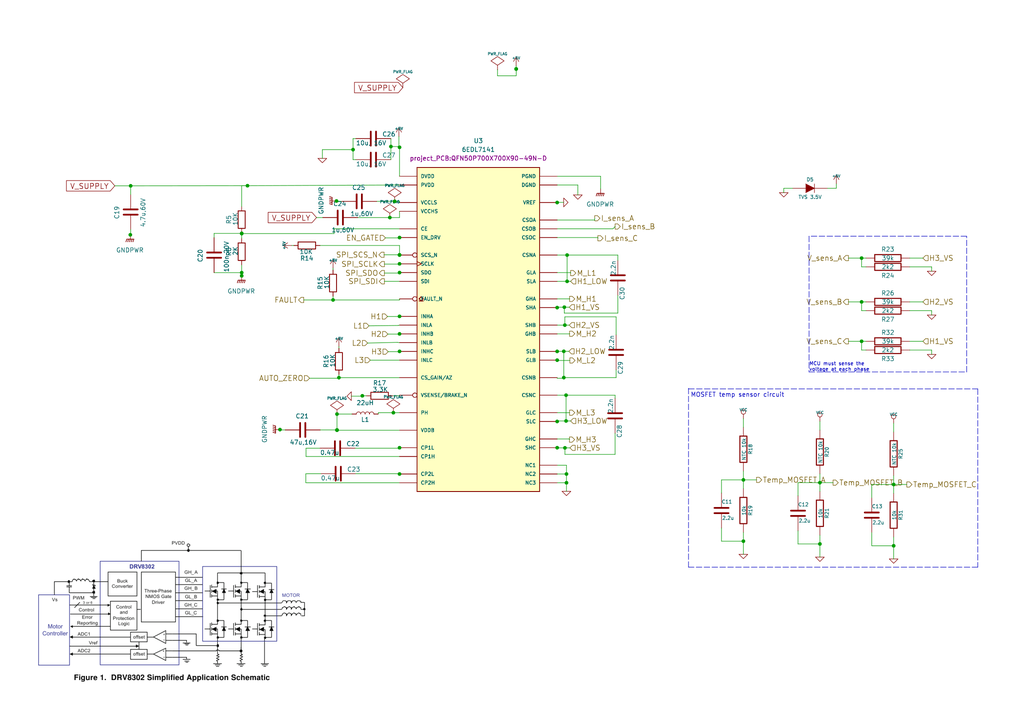
<source format=kicad_sch>
(kicad_sch (version 20211123) (generator eeschema)
  (paper "A4")
  (title_block (title "BLDC Driver 4.11") (date "21 aug 2015") (rev "4.12") (company "Benjamin Vedder"))
  (lib_symbols
    (symbol "6edl7141:6EDL7141" (pin_numbers hide) (pin_names (offset 1.016))
      (property "Reference" "U?" (at 17.78 8.36 0))
      (property "Value" "6EDL7141" (at 17.78 5.82 0))
      (symbol "6EDL7141_0_0"
        (rectangle (start 0 -93.98) (end 35.56 0) (stroke (width 0.254)) (fill (type background)))
        (polyline (pts (xy 0.6 -38.7) (xy 1.2 -38.7)) (stroke (width 0.254)))
        (polyline (pts (xy 0.6 -38.1) (xy 1.2 -37.5)) (stroke (width 0.254)))
        (polyline (pts (xy 1.2 -38.7) (xy 0.6 -38.1)) (stroke (width 0.254)))
        (polyline (pts (xy 1.2 -38.7) (xy 1.8 -38.7)) (stroke (width 0.254)))
        (polyline (pts (xy 1.2 -37.5) (xy 1.8 -38.1)) (stroke (width 0.254)))
        (polyline (pts (xy 1.8 -38.1) (xy 1.2 -38.7)) (stroke (width 0.254)))
        (pin input inverted (at -5.08 -25.4 0) (length 5.08) (name "SCS_N") (number "1"))
        (pin input line (at -5.08 -53.34 0) (length 5.08) (name "INHC") (number "10"))
        (pin input line (at -5.08 -55.88 0) (length 5.08) (name "INLC") (number "11"))
        (pin input line (at -5.08 -60.96 0) (length 5.08) (name "CS_GAIN/AZ") (number "12"))
        (pin input inverted (at -5.08 -66.04 0) (length 5.08) (name "VSENSE/BRAKE_N") (number "13"))
        (pin power_in line (at -5.08 -2.54 0) (length 5.08) (name "DVDD") (number "14"))
        (pin power_in line (at -5.08 -5.08 0) (length 5.08) (name "PVDD") (number "15"))
        (pin power_in line (at -5.08 -71.12 0) (length 5.08) (name "PH") (number "16"))
        (pin power_in line (at 40.64 -2.54 180) (length 5.08) (name "PGND") (number "17"))
        (pin power_in line (at -5.08 -76.2 0) (length 5.08) (name "VDDB") (number "18"))
        (pin passive line (at -5.08 -81.28 0) (length 5.08) (name "CP1L") (number "19"))
        (pin input clock (at -5.08 -27.94 0) (length 5.08) (name "SCLK") (number "2"))
        (pin passive line (at -5.08 -83.82 0) (length 5.08) (name "CP1H") (number "20"))
        (pin passive line (at -5.08 -88.9 0) (length 5.08) (name "CP2L") (number "21"))
        (pin passive line (at -5.08 -91.44 0) (length 5.08) (name "CP2H") (number "22"))
        (pin power_in line (at -5.08 -10.16 0) (length 5.08) (name "VCCLS") (number "23"))
        (pin power_in line (at -5.08 -12.7 0) (length 5.08) (name "VCCHS") (number "24"))
        (pin output line (at 40.64 -78.74 180) (length 5.08) (name "GHC") (number "25"))
        (pin bidirectional line (at 40.64 -81.28 180) (length 5.08) (name "SHC") (number "26"))
        (pin passive line (at 40.64 -86.36 180) (length 5.08) (name "NC1") (number "27"))
        (pin output line (at 40.64 -71.12 180) (length 5.08) (name "GLC") (number "28"))
        (pin bidirectional line (at 40.64 -73.66 180) (length 5.08) (name "SLC") (number "29"))
        (pin output line (at -5.08 -30.48 0) (length 5.08) (name "SDO") (number "3"))
        (pin input line (at 40.64 -66.04 180) (length 5.08) (name "CSNC") (number "30"))
        (pin input line (at 40.64 -60.96 180) (length 5.08) (name "CSNB") (number "31"))
        (pin bidirectional line (at 40.64 -53.34 180) (length 5.08) (name "SLB") (number "32"))
        (pin output line (at 40.64 -55.88 180) (length 5.08) (name "GLB") (number "33"))
        (pin passive line (at 40.64 -88.9 180) (length 5.08) (name "NC2") (number "34"))
        (pin bidirectional line (at 40.64 -45.72 180) (length 5.08) (name "SHB") (number "35"))
        (pin output line (at 40.64 -48.26 180) (length 5.08) (name "GHB") (number "36"))
        (pin output line (at 40.64 -38.1 180) (length 5.08) (name "GHA") (number "37"))
        (pin bidirectional line (at 40.64 -40.64 180) (length 5.08) (name "SHA") (number "38"))
        (pin passive line (at 40.64 -91.44 180) (length 5.08) (name "NC3") (number "39"))
        (pin input line (at -5.08 -33.02 0) (length 5.08) (name "SDI") (number "4"))
        (pin output line (at 40.64 -30.48 180) (length 5.08) (name "GLA") (number "40"))
        (pin bidirectional line (at 40.64 -33.02 180) (length 5.08) (name "SLA") (number "41"))
        (pin input line (at 40.64 -25.4 180) (length 5.08) (name "CSNA") (number "42"))
        (pin output line (at 40.64 -15.24 180) (length 5.08) (name "CSOA") (number "43"))
        (pin input line (at 40.64 -17.78 180) (length 5.08) (name "CSOB") (number "44"))
        (pin output line (at 40.64 -20.32 180) (length 5.08) (name "CSOC") (number "45"))
        (pin input line (at 40.64 -10.16 180) (length 5.08) (name "VREF") (number "46"))
        (pin input line (at -5.08 -17.78 0) (length 5.08) (name "CE") (number "47"))
        (pin input line (at -5.08 -20.32 0) (length 5.08) (name "EN_DRV") (number "48"))
        (pin power_in line (at 40.64 -5.08 180) (length 5.08) (name "DGND") (number "49"))
        (pin open_collector inverted (at -5.08 -38.1 0) (length 5.08) (name "FAULT_N") (number "5"))
        (pin input line (at -5.08 -43.18 0) (length 5.08) (name "INHA") (number "6"))
        (pin input line (at -5.08 -45.72 0) (length 5.08) (name "INLA") (number "7"))
        (pin input line (at -5.08 -48.26 0) (length 5.08) (name "INHB") (number "8"))
        (pin input line (at -5.08 -50.8 0) (length 5.08) (name "INLB") (number "9"))
      )
    )
    (symbol "BLDC_4-rescue:+5V" (power) (pin_names (offset 0))
      (property "Value" "+5V" (at 0 3.556 0))
      (symbol "+5V_0_1"
        (polyline (pts (xy -0.762 1.27) (xy 0 2.54)))
        (polyline (pts (xy 0 0) (xy 0 2.54)))
        (polyline (pts (xy 0 2.54) (xy 0.762 1.27)))
      )
      (symbol "+5V_1_1"
        (pin power_in line (at 0 0 90) (length 0) hide (name "+5V") (number "1"))
      )
    )
    (symbol "BLDC_4-rescue:C-RESCUE-BLDC_4" (pin_numbers hide) (pin_names (offset 0.254))
      (property "Reference" "C" (at 0 2.54 0))
      (property "Value" "C-RESCUE-BLDC_4" (at 0.1524 -2.159 0))
      (symbol "C-RESCUE-BLDC_4_0_1"
        (polyline (pts (xy -2.032 -0.762) (xy 2.032 -0.762)) (stroke (width 0.508)))
        (polyline (pts (xy -2.032 0.762) (xy 2.032 0.762)) (stroke (width 0.508)))
      )
      (symbol "C-RESCUE-BLDC_4_1_1"
        (pin passive line (at 0 5.08 270) (length 4.318) (name "~") (number "1"))
        (pin passive line (at 0 -5.08 90) (length 4.318) (name "~") (number "2"))
      )
    )
    (symbol "BLDC_4-rescue:DIODE" (pin_numbers hide) (pin_names (offset 1.016) hide)
      (property "Reference" "D" (at 0 2.54 0))
      (property "Value" "DIODE" (at 0 -2.54 0))
      (symbol "DIODE_0_1"
        (polyline (pts (xy 1.27 1.27) (xy 1.27 -1.27)) (stroke (width 0.1524)))
        (polyline (pts (xy -1.27 1.27) (xy 1.27 0) (xy -1.27 -1.27)) (fill (type outline)))
      )
      (symbol "DIODE_1_1"
        (pin passive line (at -5.08 0 0) (length 3.81) (name "A") (number "1"))
        (pin passive line (at 5.08 0 180) (length 3.81) (name "K") (number "2"))
      )
    )
    (symbol "BLDC_4-rescue:GND-RESCUE-BLDC_4" (power) (pin_names (offset 0))
      (symbol "GND-RESCUE-BLDC_4_0_1"
        (polyline (pts (xy -1.27 0) (xy 0 -1.27) (xy 1.27 0) (xy -1.27 0)))
      )
      (symbol "GND-RESCUE-BLDC_4_1_1"
        (pin power_in line (at 0 0 90) (length 0) hide (name "GND") (number "1"))
      )
    )
    (symbol "BLDC_4-rescue:PWR_FLAG" (power) (pin_numbers hide) (pin_names (offset 0) hide)
      (property "Value" "PWR_FLAG" (at 0 4.572 0))
      (symbol "PWR_FLAG_0_0"
        (pin power_out line (at 0 0 90) (length 0) (name "pwr") (number "1"))
      )
      (symbol "PWR_FLAG_0_1"
        (polyline (pts (xy 0 0) (xy 0 1.27) (xy -1.905 2.54) (xy 0 3.81) (xy 1.905 2.54) (xy 0 1.27)))
      )
    )
    (symbol "BLDC_4-rescue:R-RESCUE-BLDC_4" (pin_numbers hide) (pin_names (offset 0))
      (property "Reference" "R" (at 2.032 0 90))
      (property "Value" "R-RESCUE-BLDC_4" (at 0.1778 0.0254 90))
      (symbol "R-RESCUE-BLDC_4_0_1"
        (rectangle (start -1.016 3.81) (end 1.016 -3.81) (stroke (width 0.3048)))
      )
      (symbol "R-RESCUE-BLDC_4_1_1"
        (pin passive line (at 0 6.35 270) (length 2.54) (name "~") (number "1"))
        (pin passive line (at 0 -6.35 90) (length 2.54) (name "~") (number "2"))
      )
    )
    (symbol "BLDC_4-rescue:VCC" (power) (pin_names (offset 0))
      (property "Value" "VCC" (at 0 3.81 0))
      (symbol "VCC_0_1"
        (polyline (pts (xy 0 0) (xy 0 1.27)))
        (circle (center 0 1.905) (radius 0.635))
      )
      (symbol "VCC_1_1"
        (pin power_in line (at 0 0 90) (length 0) hide (name "VCC") (number "1"))
      )
    )
    (symbol "Device:L" (pin_numbers hide) (pin_names (offset 1.016) hide)
      (property "Reference" "L" (at -1.27 0 90))
      (property "Value" "L" (at 1.905 0 90))
      (symbol "L_0_1"
        (arc (start 0 -2.54) (mid 0.635 -1.905) (end 0 -1.27))
        (arc (start 0 -1.27) (mid 0.635 -0.635) (end 0 0))
        (arc (start 0 0) (mid 0.635 0.635) (end 0 1.27))
        (arc (start 0 1.27) (mid 0.635 1.905) (end 0 2.54))
      )
      (symbol "L_1_1"
        (pin passive line (at 0 3.81 270) (length 1.27) (name "1") (number "1"))
        (pin passive line (at 0 -3.81 90) (length 1.27) (name "2") (number "2"))
      )
    )
    (symbol "Device:R" (pin_numbers hide) (pin_names (offset 0))
      (property "Reference" "R" (at 2.032 0 90))
      (property "Value" "R" (at 0 0 90))
      (symbol "R_0_1"
        (rectangle (start -1.016 -2.54) (end 1.016 2.54) (stroke (width 0.254)))
      )
      (symbol "R_1_1"
        (pin passive line (at 0 3.81 270) (length 1.27) (name "~") (number "1"))
        (pin passive line (at 0 -3.81 90) (length 1.27) (name "~") (number "2"))
      )
    )
    (symbol "power:GNDPWR" (power) (pin_names (offset 0))
      (property "Value" "GNDPWR" (at 0 -3.302 0))
      (symbol "GNDPWR_0_1"
        (polyline (pts (xy 0 -1.27) (xy 0 0)))
        (polyline (pts (xy -1.016 -1.27) (xy -1.27 -2.032) (xy -1.27 -2.032)) (stroke (width 0.2032)))
        (polyline (pts (xy -0.508 -1.27) (xy -0.762 -2.032) (xy -0.762 -2.032)) (stroke (width 0.2032)))
        (polyline (pts (xy 0 -1.27) (xy -0.254 -2.032) (xy -0.254 -2.032)) (stroke (width 0.2032)))
        (polyline (pts (xy 0.508 -1.27) (xy 0.254 -2.032) (xy 0.254 -2.032)) (stroke (width 0.2032)))
        (polyline (pts (xy 1.016 -1.27) (xy -1.016 -1.27) (xy -1.016 -1.27)) (stroke (width 0.2032)))
        (polyline (pts (xy 1.016 -1.27) (xy 0.762 -2.032) (xy 0.762 -2.032) (xy 0.762 -2.032)) (stroke (width 0.2032)))
      )
      (symbol "GNDPWR_1_1"
        (pin power_in line (at 0 0 270) (length 0) hide (name "GNDPWR") (number "1"))
      )
    )
  )
  (junction (at 115.88 79.06))
  (junction (at 164.3 137.48))
  (junction (at 161.6 58.74))
  (junction (at 115.88 129.86))
  (junction (at 149.7233 20.0051))
  (junction (at 113.0681 63.1))
  (junction (at 81.2 124.6))
  (junction (at 97.7428 120.1))
  (junction (at 161.6 104.46))
  (junction (at 115.88 76.52))
  (junction (at 249.9 87.56))
  (junction (at 164.3 140.02))
  (junction (at 215.615 139.1863))
  (junction (at 259.1964 158.3032))
  (junction (at 161.6 122.24))
  (junction (at 97.7428 124.78))
  (junction (at 70.1 79.08))
  (junction (at 161.6 101.92))
  (junction (at 161.6 129.86))
  (junction (at 115.88 42.7271))
  (junction (at 115.88 68.9))
  (junction (at 97.7428 124.7))
  (junction (at 114.4812 58.4))
  (junction (at 37.9 53.9))
  (junction (at 96.6 87))
  (junction (at 164.4837 81.6))
  (junction (at 70.1 67.7))
  (junction (at 163.5246 101.9))
  (junction (at 249.9 74.86))
  (junction (at 164.4837 73.98))
  (junction (at 161.6 89.22))
  (junction (at 163.5246 109.522))
  (junction (at 237.8068 157.7684))
  (junction (at 70.1 67.7428))
  (junction (at 164.1805 114.62))
  (junction (at 115.88 96.84))
  (junction (at 115.88 137.48))
  (junction (at 163.8564 129.9))
  (junction (at 70.1 80))
  (junction (at 115.88 91.76))
  (junction (at 115.88 73.98))
  (junction (at 98.3 109.54))
  (junction (at 149.7 20.0051))
  (junction (at 105.09 114.8))
  (junction (at 115.88 101.92))
  (junction (at 259.1964 140.5232))
  (junction (at 163.8311 94.3))
  (junction (at 164.1805 122.1))
  (junction (at 37.8 68.1))
  (junction (at 71.78 53.86))
  (junction (at 97.6 58.3))
  (junction (at 163.6766 89.1))
  (junction (at 237.8068 139.9884))
  (junction (at 115.88 73.9))
  (junction (at 114.0973 119.7))
  (junction (at 113.38 42.5064))
  (junction (at 102.4 43.4))
  (junction (at 215.615 156.9663))
  (junction (at 249.9 98.99))
  (wire (pts (xy 161.6 58.7) (xy 161.6 58.74)))
  (wire (pts (xy 161.6 114.62) (xy 164.1805 114.62)))
  (wire (pts (xy 81.2 124.7) (xy 81.2 124.6)))
  (wire (pts (xy 113.0681 63.1) (xy 115.88 63.1)))
  (wire (pts (xy 115.88 109.54) (xy 98.3 109.54)))
  (wire (pts (xy 259.1964 122.7432) (xy 259.1964 125.2832)))
  (wire (pts (xy 237.8068 157.7684) (xy 237.8068 161.5784)))
  (wire (pts (xy 178.7 91.9) (xy 163.8311 91.9)))
  (wire (pts (xy 115.88 104.46) (xy 107.4078 104.46)))
  (wire (pts (xy 165.3 129.9) (xy 163.8564 129.9)))
  (wire (pts (xy 115.88 137.4) (xy 115.88 137.48)))
  (wire (pts (xy 149.7 20.0051) (xy 149.7 19.1)))
  (wire (pts (xy 246.09 98.99) (xy 249.9 98.99)))
  (wire (pts (xy 259.1964 140.5232) (xy 259.1964 143.0632)))
  (wire (pts (xy 163.8564 131.8) (xy 163.8564 129.9)))
  (wire (pts (xy 144.3 20.2) (xy 144.3 21.9857)))
  (wire (pts (xy 263.87 101.53) (xy 270.22 101.53)))
  (wire (pts (xy 174.2 51.12) (xy 174.2 54.8)))
  (wire (pts (xy 227.33 55.88) (xy 227.33 54.61)))
  (wire (pts (xy 115.88 119.7) (xy 114.0973 119.7)))
  (wire (pts (xy 70.1 67.7428) (xy 70.1 69.19)))
  (wire (pts (xy 164.3 137.48) (xy 164.3 140.02)))
  (wire (pts (xy 62.1 68.92) (xy 62.1 67.7)))
  (wire (pts (xy 163.5246 109.7) (xy 163.5246 109.522)))
  (wire (pts (xy 88.7619 132.4) (xy 115.88 132.4)))
  (wire (pts (xy 161.6 109.54) (xy 161.6 109.7)))
  (wire (pts (xy 70.1 79.08) (xy 70.1 80)))
  (wire (pts (xy 167.6 56.54) (xy 167.6 53.66)))
  (wire (pts (xy 103.78 63.1) (xy 113.0681 63.1)))
  (wire (pts (xy 115.88 91.8) (xy 115.88 91.76)))
  (wire (pts (xy 246.09 87.56) (xy 249.9 87.56)))
  (wire (pts (xy 240.03 54.61) (xy 242.57 54.61)))
  (polyline (pts (xy 283.6 164.5) (xy 199.7 164.5)))
  (wire (pts (xy 96.6 77.8) (xy 96.6 78.29)))
  (wire (pts (xy 106.6278 99.5) (xy 115.22 99.3)))
  (wire (pts (xy 231.4568 157.7684) (xy 237.8068 157.7684)))
  (wire (pts (xy 37.9 53.9) (xy 71.78 53.86)))
  (wire (pts (xy 115.88 114.8) (xy 115.88 114.62)))
  (wire (pts (xy 96.6 87) (xy 115.88 87)))
  (wire (pts (xy 215.615 154.4263) (xy 215.615 156.9663)))
  (wire (pts (xy 113.91 114.8) (xy 115.88 114.8)))
  (wire (pts (xy 237.8068 122.2084) (xy 237.8068 124.7484)))
  (wire (pts (xy 102.98 130) (xy 115.88 130)))
  (polyline (pts (xy 280.38 68.51) (xy 234.66 68.51)))
  (wire (pts (xy 164.4837 73.98) (xy 164.4837 81.6)))
  (polyline (pts (xy 199.7 112.6) (xy 199.7 164.5)))
  (wire (pts (xy 209.265 139.1863) (xy 209.265 142.9963)))
  (wire (pts (xy 231.4568 139.9884) (xy 237.8068 139.9884)))
  (wire (pts (xy 106.29 114.8) (xy 105.09 114.8)))
  (wire (pts (xy 98.3 108.61) (xy 98.3 109.54)))
  (wire (pts (xy 149.7 20.37) (xy 149.7 20.0051)))
  (wire (pts (xy 252.8464 140.5232) (xy 259.1964 140.5232)))
  (wire (pts (xy 165 101.9) (xy 163.5246 101.9)))
  (wire (pts (xy 249.9 87.56) (xy 249.9 90.1)))
  (wire (pts (xy 70.2 80) (xy 70.1 80)))
  (wire (pts (xy 251.17 77.4) (xy 249.9 77.4)))
  (wire (pts (xy 161.6 122.1) (xy 161.6 122.24)))
  (wire (pts (xy 215.615 139.1863) (xy 215.615 141.7263)))
  (wire (pts (xy 161.6 63.82) (xy 172.5 63.82)))
  (wire (pts (xy 237.8068 139.9884) (xy 241.6168 139.9884)))
  (polyline (pts (xy 283.6 112.8) (xy 283.6 164.5)))
  (wire (pts (xy 227.33 54.61) (xy 229.87 54.61)))
  (wire (pts (xy 270.22 77.4) (xy 270.22 78.67)))
  (wire (pts (xy 242.57 54.61) (xy 242.57 53.34)))
  (wire (pts (xy 37.9 66.58) (xy 37.9 68.1)))
  (wire (pts (xy 115.88 63.1) (xy 115.88 61.28)))
  (polyline (pts (xy 234.66 107.88) (xy 280.38 107.88)))
  (wire (pts (xy 164.1805 122.1) (xy 161.6 122.1)))
  (wire (pts (xy 88.1 87) (xy 96.6 87)))
  (wire (pts (xy 71.78 53.86) (xy 115.88 53.66)))
  (wire (pts (xy 115.88 76.6) (xy 115.88 76.52)))
  (wire (pts (xy 115.7 39.6) (xy 115.7 42.7271)))
  (wire (pts (xy 115.88 69) (xy 115.88 68.9)))
  (wire (pts (xy 165.285 104.5487) (xy 161.6 104.5487)))
  (wire (pts (xy 115.5 94.4) (xy 115.88 94.3)))
  (wire (pts (xy 164.3 134.94) (xy 164.3 137.48)))
  (wire (pts (xy 237.8068 155.2284) (xy 237.8068 157.7684)))
  (wire (pts (xy 70.1 59.89) (xy 70.1 53.86)))
  (wire (pts (xy 70.1 67.7428) (xy 96.8935 67.7428)))
  (wire (pts (xy 249.9 74.86) (xy 251.17 74.86)))
  (wire (pts (xy 93.5 43.4) (xy 93.5 45.94)))
  (wire (pts (xy 98.3 100.5) (xy 98.3 100.99)))
  (wire (pts (xy 209.265 156.9663) (xy 215.615 156.9663)))
  (wire (pts (xy 102.4 43.4) (xy 102.4 46.3)))
  (wire (pts (xy 112.6 102) (xy 115.88 102)))
  (wire (pts (xy 163.8564 129.9) (xy 161.6 129.9)))
  (wire (pts (xy 237.8068 137.4484) (xy 237.8068 139.9884)))
  (wire (pts (xy 115.88 102) (xy 115.88 101.92)))
  (wire (pts (xy 88.7025 137.4) (xy 93.02 137.4)))
  (wire (pts (xy 115.88 73.9) (xy 115.88 73.98)))
  (wire (pts (xy 161.6 51.12) (xy 174.2 51.12)))
  (wire (pts (xy 215.615 156.9663) (xy 215.615 160.7763)))
  (wire (pts (xy 102.09 120.1) (xy 97.7428 120.1)))
  (wire (pts (xy 115.88 71.2) (xy 115.88 73.9)))
  (wire (pts (xy 231.4568 153.9584) (xy 231.4568 157.7684)))
  (wire (pts (xy 115.22 99.3) (xy 115.88 99.38)))
  (wire (pts (xy 161.6 101.9) (xy 161.6 101.92)))
  (wire (pts (xy 103.18 137.4) (xy 115.88 137.4)))
  (polyline (pts (xy 234.66 68.51) (xy 234.66 107.88)))
  (polyline (pts (xy 280.38 107.88) (xy 280.38 68.51)))
  (wire (pts (xy 37.9 53.9) (xy 37.9 56.42)))
  (wire (pts (xy 33.3 53.9) (xy 37.9 53.9)))
  (wire (pts (xy 178.4 131.8) (xy 163.8564 131.8)))
  (wire (pts (xy 179.2 75.52) (xy 179.2 73.98)))
  (wire (pts (xy 165.1 89.1) (xy 163.6766 89.1)))
  (wire (pts (xy 115.7 42.7271) (xy 115.88 42.7271)))
  (wire (pts (xy 163.5246 101.9) (xy 161.6 101.9)))
  (wire (pts (xy 252.8464 140.5232) (xy 252.8464 144.3332)))
  (wire (pts (xy 178.4 115.52) (xy 178.4 114.62)))
  (wire (pts (xy 112.5 96.9) (xy 115.88 96.9)))
  (wire (pts (xy 89.8 109.7) (xy 98.3 109.7)))
  (wire (pts (xy 105.09 114.9) (xy 105.09 114.8)))
  (wire (pts (xy 161.6 119.7) (xy 165.2 119.7)))
  (wire (pts (xy 161.6 104.5487) (xy 161.6 104.46)))
  (wire (pts (xy 259.1964 155.7632) (xy 259.1964 158.3032)))
  (wire (pts (xy 249.9 90.1) (xy 251.17 90.1)))
  (wire (pts (xy 101.9 114.9) (xy 105.09 114.9)))
  (wire (pts (xy 92.88 124.7) (xy 97.7428 124.7)))
  (wire (pts (xy 115.88 87) (xy 115.88 86.68)))
  (wire (pts (xy 215.615 121.4063) (xy 215.615 123.9463)))
  (wire (pts (xy 161.6 81.6) (xy 164.4837 81.6)))
  (wire (pts (xy 91.8 63.1) (xy 93.62 63.1)))
  (wire (pts (xy 178.7 97.12) (xy 178.7 91.9)))
  (wire (pts (xy 161.6 129.9) (xy 161.6 129.86)))
  (wire (pts (xy 92.81 71.2) (xy 115.88 71.2)))
  (wire (pts (xy 115.88 58.4) (xy 115.88 58.74)))
  (wire (pts (xy 149.7233 20.0051) (xy 149.7 20.0051)))
  (wire (pts (xy 252.8464 154.4932) (xy 252.8464 158.3032)))
  (wire (pts (xy 107.0278 94.5) (xy 115.5 94.4)))
  (wire (pts (xy 179.2 90.8155) (xy 163.6766 90.8155)))
  (wire (pts (xy 177.8 66.36) (xy 178.4 65.7)))
  (wire (pts (xy 96.6 85.91) (xy 96.6 87)))
  (wire (pts (xy 115.88 140.02) (xy 88.7025 140.02)))
  (wire (pts (xy 111.4 73.9) (xy 115.88 73.9)))
  (wire (pts (xy 161.6 137.48) (xy 164.3 137.48)))
  (wire (pts (xy 263.87 98.99) (xy 267.68 98.99)))
  (wire (pts (xy 115.88 42.5064) (xy 115.88 42.7271)))
  (wire (pts (xy 259.1964 137.9832) (xy 259.1964 140.5232)))
  (wire (pts (xy 92.82 130) (xy 88.7619 130)))
  (wire (pts (xy 178.4 114.62) (xy 164.1805 114.62)))
  (wire (pts (xy 70.1 67.51) (xy 70.1 67.7)))
  (wire (pts (xy 178.7 109.522) (xy 163.5246 109.522)))
  (wire (pts (xy 178.4 125.68) (xy 178.4 131.8)))
  (wire (pts (xy 249.9 87.56) (xy 251.17 87.56)))
  (polyline (pts (xy 199.7 112.8) (xy 283.6 112.8)))
  (wire (pts (xy 251.17 101.53) (xy 249.9 101.53)))
  (wire (pts (xy 111.8 69) (xy 115.88 69)))
  (wire (pts (xy 249.9 98.99) (xy 251.17 98.99)))
  (wire (pts (xy 237.8068 139.9884) (xy 237.8068 142.5284)))
  (wire (pts (xy 112.4 91.8) (xy 115.88 91.8)))
  (wire (pts (xy 161.6 66.36) (xy 177.8 66.36)))
  (wire (pts (xy 164.4837 81.6) (xy 165.5 81.6)))
  (wire (pts (xy 179.2 85.68) (xy 179.2 90.8155)))
  (wire (pts (xy 178.7 107.28) (xy 178.7 109.522)))
  (wire (pts (xy 115.88 130) (xy 115.88 129.86)))
  (wire (pts (xy 113.38 42.5064) (xy 113.38 46.3)))
  (wire (pts (xy 111.5 81.6) (xy 115.88 81.6)))
  (wire (pts (xy 161.6 79.06) (xy 165.5 79.06)))
  (wire (pts (xy 88.7025 140.02) (xy 88.7025 137.4)))
  (wire (pts (xy 96.8935 66.36) (xy 115.88 66.36)))
  (wire (pts (xy 111.5 79.2) (xy 115.88 79.2)))
  (wire (pts (xy 249.9 101.53) (xy 249.9 98.99)))
  (wire (pts (xy 263.87 87.56) (xy 267.68 87.56)))
  (wire (pts (xy 144.3 21.9857) (xy 149.7233 21.9857)))
  (wire (pts (xy 102.4 46.3) (xy 103.22 46.3)))
  (wire (pts (xy 179.2 73.98) (xy 164.4837 73.98)))
  (wire (pts (xy 163.5 58.7) (xy 161.6 58.7)))
  (wire (pts (xy 263.87 77.4) (xy 270.22 77.4)))
  (wire (pts (xy 84.7 71.2) (xy 85.19 71.2)))
  (wire (pts (xy 161.6 96.84) (xy 165.2 96.84)))
  (wire (pts (xy 209.265 153.1563) (xy 209.265 156.9663)))
  (wire (pts (xy 93.5 43.4) (xy 102.4 43.4)))
  (wire (pts (xy 249.9 77.4) (xy 249.9 74.86)))
  (wire (pts (xy 70.1 53.86) (xy 71.78 53.86)))
  (wire (pts (xy 270.22 101.53) (xy 270.22 102.8)))
  (wire (pts (xy 37.9 68.1) (xy 37.8 68.1)))
  (wire (pts (xy 97.7428 124.78) (xy 115.88 124.78)))
  (wire (pts (xy 70.1 67.7) (xy 70.1 67.7428)))
  (wire (pts (xy 97.7428 124.78) (xy 97.7428 124.7)))
  (wire (pts (xy 161.6 68.9) (xy 173.4 68.9)))
  (wire (pts (xy 163.6766 90.8155) (xy 163.6766 89.1)))
  (wire (pts (xy 161.6 134.94) (xy 164.3 134.94)))
  (wire (pts (xy 82.72 124.7) (xy 81.2 124.7)))
  (wire (pts (xy 115.88 96.9) (xy 115.88 96.84)))
  (wire (pts (xy 114.0973 119.7) (xy 109.71 119.7)))
  (wire (pts (xy 102.4 40.2) (xy 103.22 40.2)))
  (wire (pts (xy 215.615 136.6463) (xy 215.615 139.1863)))
  (wire (pts (xy 165.2 86.68) (xy 165.2 86.7)))
  (wire (pts (xy 62.1 79.08) (xy 70.1 79.08)))
  (wire (pts (xy 163.8311 91.9) (xy 163.8311 94.3)))
  (wire (pts (xy 164.1805 114.62) (xy 164.1805 122.1)))
  (wire (pts (xy 161.6 127.32) (xy 165.1568 127.32)))
  (wire (pts (xy 252.8464 158.3032) (xy 259.1964 158.3032)))
  (wire (pts (xy 263.87 74.86) (xy 267.68 74.86)))
  (wire (pts (xy 231.4568 139.9884) (xy 231.4568 143.7984)))
  (wire (pts (xy 163.8311 94.3) (xy 165.1 94.3)))
  (wire (pts (xy 161.6 86.68) (xy 165.2 86.68)))
  (wire (pts (xy 149.7233 21.9857) (xy 149.7233 20.0051)))
  (wire (pts (xy 115.88 79.2) (xy 115.88 79.06)))
  (wire (pts (xy 263.87 90.1) (xy 270.22 90.1)))
  (wire (pts (xy 70.1 76.81) (xy 70.1 79.08)))
  (wire (pts (xy 165.5 79.06) (xy 165.5 79.2)))
  (wire (pts (xy 259.1964 140.5232) (xy 263.0064 140.5232)))
  (wire (pts (xy 172.5 63.82) (xy 172.5 63.3)))
  (wire (pts (xy 259.1964 158.3032) (xy 259.1964 162.1132)))
  (wire (pts (xy 165.2 96.84) (xy 165.2 96.8)))
  (wire (pts (xy 109.28 58.4) (xy 114.4812 58.4)))
  (wire (pts (xy 161.6 140.02) (xy 164.3 140.02)))
  (wire (pts (xy 246.09 74.86) (xy 249.9 74.86)))
  (wire (pts (xy 270.22 90.1) (xy 270.22 91.37)))
  (wire (pts (xy 113.38 40.2) (xy 113.38 42.5064)))
  (wire (pts (xy 167.6 53.66) (xy 161.6 53.66)))
  (wire (pts (xy 98.3 109.54) (xy 98.3 109.7)))
  (wire (pts (xy 215.615 139.1863) (xy 219.425 139.1863)))
  (wire (pts (xy 161.6 89.1) (xy 161.6 89.22)))
  (wire (pts (xy 173.4 68.9) (xy 173.4 69.1)))
  (wire (pts (xy 161.6 94.3) (xy 163.8311 94.3)))
  (wire (pts (xy 111.5 76.6) (xy 115.88 76.6)))
  (wire (pts (xy 165.1568 127.32) (xy 165.1568 127.5029)))
  (wire (pts (xy 115.88 42.7271) (xy 115.88 51.12)))
  (wire (pts (xy 164.3 140.02) (xy 164.3 142.5)))
  (wire (pts (xy 115.88 42.5064) (xy 113.38 42.5064)))
  (wire (pts (xy 109.71 119.7) (xy 109.71 120.1)))
  (wire (pts (xy 99.12 58.4) (xy 97.6 58.4)))
  (wire (pts (xy 163.5246 109.522) (xy 163.5246 101.9)))
  (wire (pts (xy 97.6 58.4) (xy 97.6 58.3)))
  (wire (pts (xy 97.7428 120.1) (xy 97.7428 124.7)))
  (wire (pts (xy 62.1 67.7) (xy 70.1 67.7)))
  (wire (pts (xy 163.6766 89.1) (xy 161.6 89.1)))
  (wire (pts (xy 96.8935 67.7428) (xy 96.8935 66.36)))
  (wire (pts (xy 102.4 40.2) (xy 102.4 43.4)))
  (wire (pts (xy 165.5 122.1) (xy 164.1805 122.1)))
  (wire (pts (xy 114.4812 58.4) (xy 115.88 58.4)))
  (wire (pts (xy 161.6 73.98) (xy 164.4837 73.98)))
  (wire (pts (xy 88.7619 130) (xy 88.7619 132.4)))
  (wire (pts (xy 161.6 109.7) (xy 163.5246 109.7)))
  (wire (pts (xy 209.265 139.1863) (xy 215.615 139.1863)))
  (image (at 50.18 177.43))
  (text "MCU must sense the\nvoltage at each phase" (at 234.66 107.88 0) (effects (font (size 1.016 1.016)) (justify left bottom)))
  (text "MOSFET temp sensor circuit\n" (at 200.3 115.4 0) (effects (font (size 1.27 1.27)) (justify left bottom)))
  (global_label "V_SUPPLY" (shape input) (at 91.8 63.1 180) (effects (font (size 1.524 1.524))) (property "Intersheet References" "${INTERSHEET_REFS}" (effects hide)))
  (global_label "V_SUPPLY" (shape input) (at 116.84 25.4 180) (effects (font (size 1.524 1.524))) (property "Intersheet References" "${INTERSHEET_REFS}" (effects hide)))
  (global_label "V_SUPPLY" (shape input) (at 33.3 53.9 180) (effects (font (size 1.524 1.524))) (property "Intersheet References" "${INTERSHEET_REFS}" (effects hide)))
  (hierarchical_label "Temp_MOSFET_C" (shape output) (at 263.0064 140.5232 0) (effects (font (size 1.524 1.524))))
  (hierarchical_label "Temp_MOSFET_A" (shape output) (at 219.425 139.1863 0) (effects (font (size 1.524 1.524))))
  (hierarchical_label "M_L2" (shape output) (at 165.285 104.5487 0) (effects (font (size 1.524 1.524))))
  (hierarchical_label "H1" (shape input) (at 112.4 91.8 180) (effects (font (size 1.524 1.524))))
  (hierarchical_label "SPI_SCS_N" (shape output) (at 111.4 73.9 180) (effects (font (size 1.524 1.524))))
  (hierarchical_label "H3_VS" (shape input) (at 267.68 74.86 0) (effects (font (size 1.524 1.524))))
  (hierarchical_label "L1" (shape input) (at 107.0278 94.5 180) (effects (font (size 1.524 1.524))))
  (hierarchical_label "AUTO_ZERO" (shape input) (at 89.8 109.7 180) (effects (font (size 1.524 1.524))))
  (hierarchical_label "H1_VS" (shape input) (at 165.1 89.1 0) (effects (font (size 1.524 1.524))))
  (hierarchical_label "EN_GATE" (shape input) (at 111.8 69 180) (effects (font (size 1.524 1.524))))
  (hierarchical_label "L2" (shape input) (at 106.6278 99.5 180) (effects (font (size 1.524 1.524))))
  (hierarchical_label "SPI_SDI" (shape output) (at 111.5 81.6 180) (effects (font (size 1.524 1.524))))
  (hierarchical_label "SPI_SCLK" (shape output) (at 111.5 76.6 180) (effects (font (size 1.524 1.524))))
  (hierarchical_label "I_sens_B" (shape output) (at 178.4 65.7 0) (effects (font (size 1.524 1.524))))
  (hierarchical_label "H3_LOW" (shape input) (at 165.5 122.1 0) (effects (font (size 1.524 1.524))))
  (hierarchical_label "M_H2" (shape output) (at 165.2 96.8 0) (effects (font (size 1.524 1.524))))
  (hierarchical_label "H1_LOW" (shape input) (at 165.5 81.6 0) (effects (font (size 1.524 1.524))))
  (hierarchical_label "V_sens_B" (shape output) (at 246.09 87.56 180) (effects (font (size 1.524 1.524))))
  (hierarchical_label "M_L3" (shape output) (at 165.2 119.7 0) (effects (font (size 1.524 1.524))))
  (hierarchical_label "H2" (shape input) (at 112.5 96.9 180) (effects (font (size 1.524 1.524))))
  (hierarchical_label "I_sens_A" (shape output) (at 172.5 63.3 0) (effects (font (size 1.524 1.524))))
  (hierarchical_label "I_sens_C" (shape output) (at 173.4 69.1 0) (effects (font (size 1.524 1.524))))
  (hierarchical_label "SPI_SDO" (shape output) (at 111.5 79.2 180) (effects (font (size 1.524 1.524))))
  (hierarchical_label "M_H3" (shape output) (at 165.1568 127.5029 0) (effects (font (size 1.524 1.524))))
  (hierarchical_label "M_H1" (shape output) (at 165.2 86.7 0) (effects (font (size 1.524 1.524))))
  (hierarchical_label "H2_VS" (shape input) (at 267.68 87.56 0) (effects (font (size 1.524 1.524))))
  (hierarchical_label "M_L1" (shape output) (at 165.5 79.2 0) (effects (font (size 1.524 1.524))))
  (hierarchical_label "V_sens_C" (shape output) (at 246.09 98.99 180) (effects (font (size 1.524 1.524))))
  (hierarchical_label "H1_VS" (shape input) (at 267.68 98.99 0) (effects (font (size 1.524 1.524))))
  (hierarchical_label "V_sens_A" (shape output) (at 246.09 74.86 180) (effects (font (size 1.524 1.524))))
  (hierarchical_label "H3_VS" (shape input) (at 165.3 129.9 0) (effects (font (size 1.524 1.524))))
  (hierarchical_label "L3" (shape input) (at 107.4078 104.46 180) (effects (font (size 1.524 1.524))))
  (hierarchical_label "H2_LOW" (shape input) (at 165 101.9 0) (effects (font (size 1.524 1.524))))
  (hierarchical_label "FAULT" (shape output) (at 88.1 87 180) (effects (font (size 1.524 1.524))))
  (hierarchical_label "H3" (shape input) (at 112.6 102 180) (effects (font (size 1.524 1.524))))
  (hierarchical_label "H2_VS" (shape input) (at 165.1 94.3 0) (effects (font (size 1.524 1.524))))
  (hierarchical_label "Temp_MOSFET_B" (shape output) (at 241.6168 139.9884 0) (effects (font (size 1.524 1.524))))
  (symbol (lib_id "BLDC_4-rescue:R-RESCUE-BLDC_4") (at 257.52 74.86 270) (unit 1)
    (property "Reference" "R23" (at 257.52 72.32 90))
    (property "Value" "39k" (at 257.52 74.86 90))
    (property "Footprint" "CRF1:SMD-0603_r" (effects hide))
  )
  (symbol (lib_id "BLDC_4-rescue:R-RESCUE-BLDC_4") (at 257.52 77.4 270) (unit 1)
    (property "Reference" "R24" (at 257.52 79.94 90))
    (property "Value" "2k2" (at 257.52 77.4 90))
    (property "Footprint" "CRF1:SMD-0603_r" (effects hide))
  )
  (symbol (lib_id "BLDC_4-rescue:GND-RESCUE-BLDC_4") (at 270.22 78.67 0) (unit 1)
    (property "Reference" "#PWR048" (effects hide))
    (property "Value" "GND" (effects hide))
  )
  (symbol (lib_id "BLDC_4-rescue:GND-RESCUE-BLDC_4") (at 270.22 91.37 0) (unit 1)
    (property "Reference" "#PWR049" (effects hide))
    (property "Value" "GND" (effects hide))
  )
  (symbol (lib_id "BLDC_4-rescue:R-RESCUE-BLDC_4") (at 257.52 90.1 270) (unit 1)
    (property "Reference" "R27" (at 257.52 92.64 90))
    (property "Value" "2k2" (at 257.52 90.1 90))
    (property "Footprint" "CRF1:SMD-0603_r" (effects hide))
  )
  (symbol (lib_id "BLDC_4-rescue:R-RESCUE-BLDC_4") (at 257.52 87.56 270) (unit 1)
    (property "Reference" "R26" (at 257.52 85.02 90))
    (property "Value" "39k" (at 257.52 87.56 90))
    (property "Footprint" "CRF1:SMD-0603_r" (effects hide))
  )
  (symbol (lib_id "BLDC_4-rescue:R-RESCUE-BLDC_4") (at 257.52 98.99 270) (unit 1)
    (property "Reference" "R32" (at 257.52 96.45 90))
    (property "Value" "39k" (at 257.52 98.99 90))
    (property "Footprint" "CRF1:SMD-0603_r" (effects hide))
  )
  (symbol (lib_id "BLDC_4-rescue:R-RESCUE-BLDC_4") (at 257.52 101.53 270) (unit 1)
    (property "Reference" "R33" (at 257.52 104.07 90))
    (property "Value" "2k2" (at 257.52 101.53 90))
    (property "Footprint" "CRF1:SMD-0603_r" (effects hide))
  )
  (symbol (lib_id "BLDC_4-rescue:GND-RESCUE-BLDC_4") (at 270.22 102.8 0) (unit 1)
    (property "Reference" "#PWR050" (effects hide))
    (property "Value" "GND" (effects hide))
  )
  (symbol (lib_id "BLDC_4-rescue:PWR_FLAG") (at 116.84 25.4 0) (unit 1)
    (property "Reference" "#FLG065" (effects hide))
    (property "Value" "PWR_FLAG" (at 116.84 20.828 0) (effects (font (size 0.762 0.762))))
  )
  (symbol (lib_id "BLDC_4-rescue:DIODE") (at 234.95 54.61 0) (unit 1)
    (property "Reference" "D5" (at 234.95 52.07 0) (effects (font (size 1.016 1.016))))
    (property "Value" "TVS 3.5V" (at 234.95 57.15 0) (effects (font (size 1.016 1.016))))
    (property "Footprint" "Diode_SMD:D_SMA" (effects hide))
  )
  (symbol (lib_id "BLDC_4-rescue:+5V") (at 242.57 53.34 0) (unit 1)
    (property "Reference" "#PWR069" (effects hide))
    (property "Value" "+3.3V" (at 242.57 51.054 0) (effects (font (size 0.762 0.762))))
  )
  (symbol (lib_id "BLDC_4-rescue:GND-RESCUE-BLDC_4") (at 227.33 55.88 0) (unit 1)
    (property "Reference" "#PWR070" (effects hide))
    (property "Value" "GND" (effects hide))
  )
  (symbol (lib_id "Device:L") (at 105.9 120.1 90) (unit 1)
    (property "Reference" "L1" (at 105.9 121.7 90))
    (property "Value" "22uH" (at 105.9 116.84 90))
    (property "Footprint" "project_PCB:inductor_smd_MP002867" (effects hide))
    (property "Datasheet" "${KIPRJMOD}\\datasheet\\Inductor_MP002867.pdf" (effects hide))
  )
  (symbol (lib_id "BLDC_4-rescue:C-RESCUE-BLDC_4") (at 108.3 40.2 270) (unit 1)
    (property "Reference" "C26" (at 110.84 38.93 90) (effects (justify left)))
    (property "Value" "10u, 16V" (at 103.22 41.47 90) (effects (justify left)))
    (property "Footprint" "CRF1:SMD-0603_c" (effects hide))
  )
  (symbol (lib_id "BLDC_4-rescue:C-RESCUE-BLDC_4") (at 209.265 148.0763 0) (unit 1)
    (property "Reference" "C11" (at 209.265 145.5363 0) (effects (font (size 1.016 1.016)) (justify left)))
    (property "Value" "2.2u" (at 209.4174 150.2353 0) (effects (font (size 1.016 1.016)) (justify left)))
    (property "Footprint" "CRF1:SMD-0603_c" (effects hide))
  )
  (symbol (lib_id "BLDC_4-rescue:PWR_FLAG") (at 114.4812 58.4 0) (unit 1)
    (property "Reference" "#FLG0104" (effects hide))
    (property "Value" "PWR_FLAG" (at 114.4812 53.828 0) (effects (font (size 0.762 0.762))))
  )
  (symbol (lib_id "BLDC_4-rescue:GND-RESCUE-BLDC_4") (at 101.9 114.9 270) (unit 1)
    (property "Reference" "#PWR0112" (effects hide))
    (property "Value" "GND" (effects hide))
  )
  (symbol (lib_id "BLDC_4-rescue:+5V") (at 84.7 71.2 90) (unit 1)
    (property "Reference" "#PWR0117" (effects hide))
    (property "Value" "+3.3V" (at 82.414 71.2 0) (effects (font (size 0.762 0.762))))
  )
  (symbol (lib_id "BLDC_4-rescue:C-RESCUE-BLDC_4") (at 97.9 130 270) (unit 1)
    (property "Reference" "C22" (at 100.44 128.73 90) (effects (justify left)))
    (property "Value" "0.47u" (at 92.82 131.27 90) (effects (justify left)))
    (property "Footprint" "CRF1:SMD-0603_c" (effects hide))
  )
  (symbol (lib_id "BLDC_4-rescue:C-RESCUE-BLDC_4") (at 108.3 46.3 270) (unit 1)
    (property "Reference" "C27" (at 110.84 45.03 90) (effects (justify left)))
    (property "Value" "10u, 16V" (at 103.22 47.57 90) (effects (justify left)))
    (property "Footprint" "CRF1:SMD-0603_c" (effects hide))
  )
  (symbol (lib_id "BLDC_4-rescue:GND-RESCUE-BLDC_4") (at 93.5 45.94 0) (unit 1)
    (property "Reference" "#PWR0122" (effects hide))
    (property "Value" "GND" (effects hide))
  )
  (symbol (lib_id "power:GNDPWR") (at 81.2 124.6 270) (unit 1)
    (property "Reference" "#PWR0120" (effects hide))
    (property "Value" "GNDPWR" (at 76.75 124.473 0))
  )
  (symbol (lib_id "BLDC_4-rescue:C-RESCUE-BLDC_4") (at 98.1 137.4 270) (unit 1)
    (property "Reference" "C23" (at 100.64 136.13 90) (effects (justify left)))
    (property "Value" "0.47u" (at 93.02 138.67 90) (effects (justify left)))
    (property "Footprint" "CRF1:SMD-0603_c" (effects hide))
  )
  (symbol (lib_id "BLDC_4-rescue:C-RESCUE-BLDC_4") (at 178.4 120.6 180) (unit 1)
    (property "Reference" "C28" (at 179.67 123.14 90) (effects (justify left)))
    (property "Value" "2.2n" (at 177.13 115.52 90) (effects (justify left)))
    (property "Footprint" "CRF1:SMD-0603_c" (effects hide))
  )
  (symbol (lib_id "Device:R") (at 110.1 114.8 90) (unit 1)
    (property "Reference" "R17" (at 110.11 111.08 90))
    (property "Value" "3.3K" (at 110.31 112.98 90))
    (property "Footprint" "CRF1:SMD-0603_r" (effects hide))
  )
  (symbol (lib_id "BLDC_4-rescue:GND-RESCUE-BLDC_4") (at 237.8068 161.5784 0) (unit 1)
    (property "Reference" "#PWR0133" (effects hide))
    (property "Value" "GND" (effects hide))
  )
  (symbol (lib_id "BLDC_4-rescue:GND-RESCUE-BLDC_4") (at 164.3 142.5 0) (unit 1)
    (property "Reference" "#PWR0124" (effects hide))
    (property "Value" "GND" (effects hide))
  )
  (symbol (lib_id "BLDC_4-rescue:PWR_FLAG") (at 114.0973 119.7 0) (unit 1)
    (property "Reference" "#FLG0106" (effects hide))
    (property "Value" "PWR_FLAG" (at 114.0973 115.128 0) (effects (font (size 0.762 0.762))))
  )
  (symbol (lib_id "BLDC_4-rescue:C-RESCUE-BLDC_4") (at 231.4568 148.8784 0) (unit 1)
    (property "Reference" "C12" (at 231.4568 146.3384 0) (effects (font (size 1.016 1.016)) (justify left)))
    (property "Value" "2.2u" (at 231.6092 151.0374 0) (effects (font (size 1.016 1.016)) (justify left)))
    (property "Footprint" "CRF1:SMD-0603_c" (effects hide))
  )
  (symbol (lib_id "power:GNDPWR") (at 70.1 80 0) (unit 1)
    (property "Reference" "#PWR0118" (effects hide))
    (property "Value" "GNDPWR" (at 69.973 84.45 0))
  )
  (symbol (lib_id "BLDC_4-rescue:R-RESCUE-BLDC_4") (at 237.8068 131.0984 0) (unit 1)
    (property "Reference" "R20" (at 239.8388 131.0984 90) (effects (font (size 1.016 1.016))))
    (property "Value" "NTC 10k" (at 237.9846 131.073 90) (effects (font (size 1.016 1.016))))
    (property "Footprint" "CRF1:SMD-0603_r" (effects hide))
  )
  (symbol (lib_id "BLDC_4-rescue:R-RESCUE-BLDC_4") (at 215.615 148.0763 0) (unit 1)
    (property "Reference" "R19" (at 217.647 148.0763 90) (effects (font (size 1.016 1.016))))
    (property "Value" "10k" (at 215.7928 148.0509 90) (effects (font (size 1.016 1.016))))
    (property "Footprint" "CRF1:SMD-0603_r" (effects hide))
  )
  (symbol (lib_id "BLDC_4-rescue:C-RESCUE-BLDC_4") (at 37.9 61.5 180) (unit 1)
    (property "Reference" "C19" (at 33.9 59.7 90) (effects (justify left)))
    (property "Value" "4.7u,60V" (at 41.5 57.4 90) (effects (justify left)))
    (property "Footprint" "CRF1:SMD-0603_c" (effects hide))
  )
  (symbol (lib_id "BLDC_4-rescue:GND-RESCUE-BLDC_4") (at 167.6 56.54 0) (unit 1)
    (property "Reference" "#PWR0126" (effects hide))
    (property "Value" "GND" (effects hide))
  )
  (symbol (lib_id "Device:R") (at 70.1 73 180) (unit 1)
    (property "Reference" "R6" (at 66.38 72.99 90))
    (property "Value" "2K" (at 68.28 72.79 90))
    (property "Footprint" "CRF1:SMD-0603_r" (effects hide))
  )
  (symbol (lib_id "BLDC_4-rescue:+5V") (at 98.3 100.5 0) (unit 1)
    (property "Reference" "#PWR0113" (effects hide))
    (property "Value" "+3.3V" (at 98.3 98.214 0) (effects (font (size 0.762 0.762))))
  )
  (symbol (lib_id "BLDC_4-rescue:GND-RESCUE-BLDC_4") (at 215.615 160.7763 0) (unit 1)
    (property "Reference" "#PWR0132" (effects hide))
    (property "Value" "GND" (effects hide))
  )
  (symbol (lib_id "BLDC_4-rescue:R-RESCUE-BLDC_4") (at 259.1964 131.6332 0) (unit 1)
    (property "Reference" "R25" (at 261.2284 131.6332 90) (effects (font (size 1.016 1.016))))
    (property "Value" "NTC 10k" (at 259.3742 131.6078 90) (effects (font (size 1.016 1.016))))
    (property "Footprint" "CRF1:SMD-0603_r" (effects hide))
  )
  (symbol (lib_id "BLDC_4-rescue:R-RESCUE-BLDC_4") (at 237.8068 148.8784 0) (unit 1)
    (property "Reference" "R21" (at 239.8388 148.8784 90) (effects (font (size 1.016 1.016))))
    (property "Value" "10k" (at 237.9846 148.853 90) (effects (font (size 1.016 1.016))))
    (property "Footprint" "CRF1:SMD-0603_r" (effects hide))
  )
  (symbol (lib_id "BLDC_4-rescue:VCC") (at 215.615 121.4063 0) (unit 1)
    (property "Reference" "#PWR0130" (effects hide))
    (property "Value" "VCC" (at 215.615 118.8663 0) (effects (font (size 0.762 0.762))))
  )
  (symbol (lib_id "BLDC_4-rescue:C-RESCUE-BLDC_4") (at 87.8 124.7 90) (unit 1)
    (property "Reference" "C21" (at 89.6 120.7 90) (effects (justify left)))
    (property "Value" "47u,16V" (at 91.9 128.3 90) (effects (justify left)))
    (property "Footprint" "CRF1:SMD-1206" (effects hide))
  )
  (symbol (lib_id "BLDC_4-rescue:R-RESCUE-BLDC_4") (at 215.615 130.2963 0) (unit 1)
    (property "Reference" "R18" (at 217.647 130.2963 90) (effects (font (size 1.016 1.016))))
    (property "Value" "NTC 10k" (at 215.7928 130.2709 90) (effects (font (size 1.016 1.016))))
    (property "Footprint" "CRF1:SMD-0603_r" (effects hide))
  )
  (symbol (lib_id "BLDC_4-rescue:GND-RESCUE-BLDC_4") (at 259.1964 162.1132 0) (unit 1)
    (property "Reference" "#PWR0129" (effects hide))
    (property "Value" "GND" (effects hide))
  )
  (symbol (lib_id "BLDC_4-rescue:PWR_FLAG") (at 113.0681 63.1 0) (unit 1)
    (property "Reference" "#FLG0105" (effects hide))
    (property "Value" "PWR_FLAG" (at 113.0681 58.528 0) (effects (font (size 0.762 0.762))))
  )
  (symbol (lib_id "BLDC_4-rescue:+5V") (at 149.7 19.1 0) (unit 1)
    (property "Reference" "#PWR0114" (effects hide))
    (property "Value" "+3.3V" (at 149.7 16.814 0) (effects (font (size 0.762 0.762))))
  )
  (symbol (lib_id "6edl7141:6EDL7141") (at 120.96 48.58 0) (unit 1)
    (property "Reference" "U3" (at 138.74 40.84 0))
    (property "Value" "6EDL7141" (at 138.74 43.38 0))
    (property "Footprint" "project_PCB:QFN50P700X700X90-49N-D" (at 138.74 45.92 0))
    (property "Datasheet" "${KIPRJMOD}\\datasheet\\6EDL7141.pdf" (effects hide))
  )
  (symbol (lib_id "BLDC_4-rescue:C-RESCUE-BLDC_4") (at 104.2 58.4 90) (unit 1)
    (property "Reference" "C25" (at 106 54.4 90) (effects (justify left)))
    (property "Value" "1u,60V" (at 108.3 62 90) (effects (justify left)))
    (property "Footprint" "CRF1:SMD-1206" (effects hide))
  )
  (symbol (lib_id "BLDC_4-rescue:C-RESCUE-BLDC_4") (at 252.8464 149.4132 0) (unit 1)
    (property "Reference" "C13" (at 252.8464 146.8732 0) (effects (font (size 1.016 1.016)) (justify left)))
    (property "Value" "2.2u" (at 252.9988 151.5722 0) (effects (font (size 1.016 1.016)) (justify left)))
    (property "Footprint" "CRF1:SMD-0603_c" (effects hide))
  )
  (symbol (lib_id "BLDC_4-rescue:PWR_FLAG") (at 97.7428 120.1 0) (unit 1)
    (property "Reference" "#FLG0103" (effects hide))
    (property "Value" "PWR_FLAG" (at 97.7428 115.528 0) (effects (font (size 0.762 0.762))))
  )
  (symbol (lib_id "power:GNDPWR") (at 97.6 58.3 270) (unit 1)
    (property "Reference" "#PWR0121" (effects hide))
    (property "Value" "GNDPWR" (at 93.15 58.173 0))
  )
  (symbol (lib_id "BLDC_4-rescue:VCC") (at 237.8068 122.2084 0) (unit 1)
    (property "Reference" "#PWR0131" (effects hide))
    (property "Value" "VCC" (at 237.8068 119.6684 0) (effects (font (size 0.762 0.762))))
  )
  (symbol (lib_id "BLDC_4-rescue:VCC") (at 259.1964 122.7432 0) (unit 1)
    (property "Reference" "#PWR0128" (effects hide))
    (property "Value" "VCC" (at 259.1964 120.2032 0) (effects (font (size 0.762 0.762))))
  )
  (symbol (lib_id "BLDC_4-rescue:R-RESCUE-BLDC_4") (at 259.1964 149.4132 0) (unit 1)
    (property "Reference" "R31" (at 261.2284 149.4132 90) (effects (font (size 1.016 1.016))))
    (property "Value" "10k" (at 259.3742 149.3878 90) (effects (font (size 1.016 1.016))))
    (property "Footprint" "CRF1:SMD-0603_r" (effects hide))
  )
  (symbol (lib_id "BLDC_4-rescue:+5V") (at 96.6 77.8 0) (unit 1)
    (property "Reference" "#PWR0119" (effects hide))
    (property "Value" "+3.3V" (at 96.6 75.514 0) (effects (font (size 0.762 0.762))))
  )
  (symbol (lib_id "Device:R") (at 96.6 82.1 180) (unit 1)
    (property "Reference" "R15" (at 92.88 82.09 90))
    (property "Value" "10K" (at 94.78 81.89 90))
    (property "Footprint" "CRF1:SMD-0603_r" (effects hide))
  )
  (symbol (lib_id "BLDC_4-rescue:+5V") (at 115.7 39.6 0) (unit 1)
    (property "Reference" "#PWR0123" (effects hide))
    (property "Value" "+3.3V" (at 115.7 37.314 0) (effects (font (size 0.762 0.762))))
  )
  (symbol (lib_id "BLDC_4-rescue:C-RESCUE-BLDC_4") (at 178.7 102.2 180) (unit 1)
    (property "Reference" "C29" (at 179.97 104.74 90) (effects (justify left)))
    (property "Value" "2.2n" (at 177.43 97.12 90) (effects (justify left)))
    (property "Footprint" "CRF1:SMD-0603_c" (effects hide))
  )
  (symbol (lib_id "BLDC_4-rescue:GND-RESCUE-BLDC_4") (at 163.5 58.7 90) (unit 1)
    (property "Reference" "#PWR0125" (effects hide))
    (property "Value" "GND" (effects hide))
  )
  (symbol (lib_id "power:GNDPWR") (at 37.8 68.1 0) (unit 1)
    (property "Reference" "#PWR0111" (effects hide))
    (property "Value" "GNDPWR" (at 37.673 72.55 0))
  )
  (symbol (lib_id "BLDC_4-rescue:C-RESCUE-BLDC_4") (at 179.2 80.6 180) (unit 1)
    (property "Reference" "C30" (at 180.47 83.14 90) (effects (justify left)))
    (property "Value" "2.2n" (at 177.93 75.52 90) (effects (justify left)))
    (property "Footprint" "CRF1:SMD-0603_c" (effects hide))
  )
  (symbol (lib_id "power:GNDPWR") (at 174.2 54.8 0) (unit 1)
    (property "Reference" "#PWR0127" (effects hide))
    (property "Value" "GNDPWR" (at 174.073 59.25 0))
  )
  (symbol (lib_id "BLDC_4-rescue:PWR_FLAG") (at 144.3 20.2 0) (unit 1)
    (property "Reference" "#FLG0101" (effects hide))
    (property "Value" "PWR_FLAG" (at 144.3 15.628 0) (effects (font (size 0.762 0.762))))
  )
  (symbol (lib_id "Device:R") (at 70.1 63.7 180) (unit 1)
    (property "Reference" "R5" (at 66.38 63.69 90))
    (property "Value" "10K" (at 68.28 63.49 90))
    (property "Footprint" "CRF1:SMD-0603_r" (effects hide))
  )
  (symbol (lib_id "Device:R") (at 89 71.2 270) (unit 1)
    (property "Reference" "R14" (at 88.99 74.92 90))
    (property "Value" "10K" (at 88.79 73.02 90))
    (property "Footprint" "CRF1:SMD-0603_r" (effects hide))
  )
  (symbol (lib_id "Device:R") (at 98.3 104.8 180) (unit 1)
    (property "Reference" "R16" (at 94.58 104.79 90))
    (property "Value" "10K" (at 96.48 104.59 90))
    (property "Footprint" "CRF1:SMD-0603_r" (effects hide))
  )
  (symbol (lib_id "BLDC_4-rescue:C-RESCUE-BLDC_4") (at 98.7 63.1 90) (unit 1)
    (property "Reference" "C24" (at 100.5 59.1 90) (effects (justify left)))
    (property "Value" "1u,60V" (at 102.8 66.7 90) (effects (justify left)))
    (property "Footprint" "CRF1:SMD-1206" (effects hide))
  )
  (symbol (lib_id "BLDC_4-rescue:C-RESCUE-BLDC_4") (at 62.1 74 180) (unit 1)
    (property "Reference" "C20" (at 58.1 72.2 90) (effects (justify left)))
    (property "Value" "100n,20V" (at 65.7 69.9 90) (effects (justify left)))
    (property "Footprint" "CRF1:SMD-0603_c" (effects hide))
  )
)
</source>
